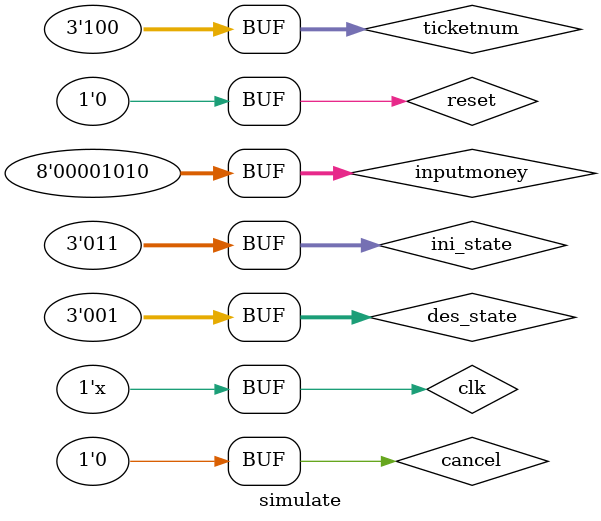
<source format=v>
module simulate;

reg clk, reset, cancel;
reg [7:0]	inputmoney ;
reg [2:0]  ticketnum, des_state, ini_state ;

initial begin
	cancel = 1'b0;
	inputmoney = 8'b00000000;
end

FSM FSM1 ( clk, reset, cancel, inputmoney, ticketnum, des_state, ini_state);

initial clk = 1'b0;

always #5 clk = ~clk ;

initial 
begin

	reset = 1 ;
	reset = 0 ;
	ini_state = 3'b001;
	des_state = 3'b100;
	ticketnum = 3'b011;
	#10
	inputmoney = 8'b00001010;
	#10
	inputmoney = 8'b00110010;
	
	#10
	reset = 1 ;
	#10
	reset = 0 ;
	ini_state = 3'b100;
	des_state = 3'b001;
	#10
	cancel = 1 ;
	#10
	cancel = 0 ;
	
	ini_state = 3'b011;
	des_state = 3'b001;
	ticketnum = 3'b101;
	#10
	inputmoney = 8'b00110010;
	#10
	inputmoney = 8'b00001010;
	#10
	inputmoney = 8'b00001010;
	#10
	inputmoney = 8'b00000001;
	#10
	cancel = 1 ;
	#10
	cancel = 0 ;
	ini_state = 3'b011;
	des_state = 3'b001;
	ticketnum = 3'b100;
	#10
	inputmoney = 8'b00110010;
	#10
	inputmoney = 8'b00001010;
end
endmodule

</source>
